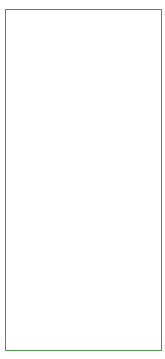
<source format=gbr>
%TF.GenerationSoftware,KiCad,Pcbnew,5.99.0-unknown-a71d856e94~131~ubuntu20.04.1*%
%TF.CreationDate,2021-09-22T11:48:58-07:00*%
%TF.ProjectId,mipi_converter,6d697069-5f63-46f6-9e76-65727465722e,rev?*%
%TF.SameCoordinates,Original*%
%TF.FileFunction,Profile,NP*%
%FSLAX46Y46*%
G04 Gerber Fmt 4.6, Leading zero omitted, Abs format (unit mm)*
G04 Created by KiCad (PCBNEW 5.99.0-unknown-a71d856e94~131~ubuntu20.04.1) date 2021-09-22 11:48:58*
%MOMM*%
%LPD*%
G01*
G04 APERTURE LIST*
%TA.AperFunction,Profile*%
%ADD10C,0.100000*%
%TD*%
G04 APERTURE END LIST*
D10*
X71230000Y-52130000D02*
X84460000Y-52130000D01*
X84460000Y-52130000D02*
X84460000Y-80990000D01*
X84460000Y-80990000D02*
X71230000Y-80990000D01*
X71230000Y-80990000D02*
X71230000Y-52130000D01*
M02*

</source>
